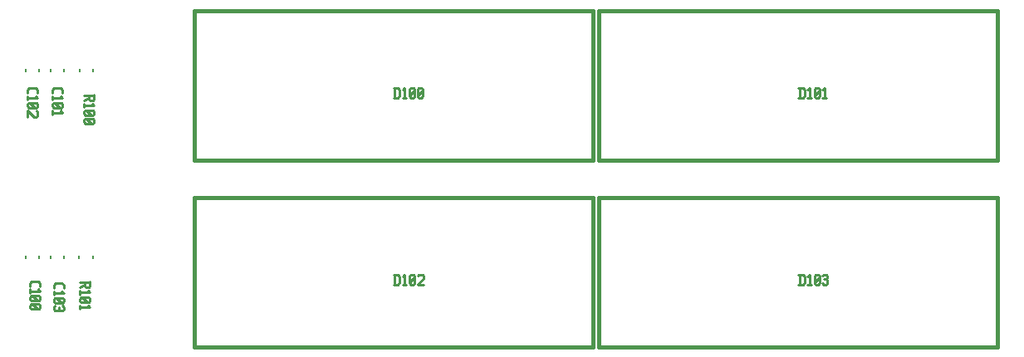
<source format=gto>
G04 start of page 8 for group -4079 idx -4079 *
G04 Title: (unknown), topsilk *
G04 Creator: pcb 1.99z *
G04 CreationDate: Tue 11 Mar 2014 08:59:09 PM GMT UTC *
G04 For: jpuls *
G04 Format: Gerber/RS-274X *
G04 PCB-Dimensions (mil): 4500.00 1560.00 *
G04 PCB-Coordinate-Origin: lower left *
%MOIN*%
%FSLAX25Y25*%
%LNTOPSILK*%
%ADD46C,0.0100*%
%ADD45C,0.0080*%
%ADD44C,0.0150*%
G54D44*X177500Y146500D02*X97500D01*
Y86500D01*
X257500D01*
Y146500D01*
X176500D01*
X340000D02*X260000D01*
Y86500D01*
X420000D01*
Y146500D01*
X339000D01*
G54D45*X35255Y47936D02*Y47150D01*
X29745Y47936D02*Y47150D01*
X45255Y47936D02*Y47150D01*
X39745Y47936D02*Y47150D01*
X56755Y47936D02*Y47150D01*
X51245Y47936D02*Y47150D01*
G54D44*X177500Y71500D02*X97500D01*
Y11500D01*
X257500D01*
Y71500D01*
X176500D01*
G54D45*X29745Y122936D02*Y122150D01*
X35255Y122936D02*Y122150D01*
X39745Y122936D02*Y122150D01*
X45255Y122936D02*Y122150D01*
X56955Y122950D02*Y122164D01*
X51445Y122950D02*Y122164D01*
G54D44*X340000Y71500D02*X260000D01*
Y11500D01*
X420000D01*
Y71500D01*
X339000D01*
G54D46*X178000Y115500D02*Y111500D01*
X179300Y115500D02*X180000Y114800D01*
Y112200D01*
X179300Y111500D02*X180000Y112200D01*
X177500Y111500D02*X179300D01*
X177500Y115500D02*X179300D01*
X181200Y114700D02*X182000Y115500D01*
Y111500D01*
X181200D02*X182700D01*
X183900Y112000D02*X184400Y111500D01*
X183900Y115000D02*Y112000D01*
Y115000D02*X184400Y115500D01*
X185400D01*
X185900Y115000D01*
Y112000D01*
X185400Y111500D02*X185900Y112000D01*
X184400Y111500D02*X185400D01*
X183900Y112500D02*X185900Y114500D01*
X187100Y112000D02*X187600Y111500D01*
X187100Y115000D02*Y112000D01*
Y115000D02*X187600Y115500D01*
X188600D01*
X189100Y115000D01*
Y112000D01*
X188600Y111500D02*X189100Y112000D01*
X187600Y111500D02*X188600D01*
X187100Y112500D02*X189100Y114500D01*
X340500Y115500D02*Y111500D01*
X341800Y115500D02*X342500Y114800D01*
Y112200D01*
X341800Y111500D02*X342500Y112200D01*
X340000Y111500D02*X341800D01*
X340000Y115500D02*X341800D01*
X343700Y114700D02*X344500Y115500D01*
Y111500D01*
X343700D02*X345200D01*
X346400Y112000D02*X346900Y111500D01*
X346400Y115000D02*Y112000D01*
Y115000D02*X346900Y115500D01*
X347900D01*
X348400Y115000D01*
Y112000D01*
X347900Y111500D02*X348400Y112000D01*
X346900Y111500D02*X347900D01*
X346400Y112500D02*X348400Y114500D01*
X349600Y114700D02*X350400Y115500D01*
Y111500D01*
X349600D02*X351100D01*
X30650Y114579D02*Y113279D01*
X31350Y115279D02*X30650Y114579D01*
X31350Y115279D02*X33950D01*
X34650Y114579D01*
Y113279D01*
X33850Y112079D02*X34650Y111279D01*
X30650D02*X34650D01*
X30650Y112079D02*Y110579D01*
X31150Y109379D02*X30650Y108879D01*
X31150Y109379D02*X34150D01*
X34650Y108879D01*
Y107879D01*
X34150Y107379D01*
X31150D02*X34150D01*
X30650Y107879D02*X31150Y107379D01*
X30650Y108879D02*Y107879D01*
X31650Y109379D02*X33650Y107379D01*
X34150Y106179D02*X34650Y105679D01*
Y104179D01*
X34150Y103679D01*
X33150D02*X34150D01*
X30650Y106179D02*X33150Y103679D01*
X30650Y106179D02*Y103679D01*
X40650Y114579D02*Y113279D01*
X41350Y115279D02*X40650Y114579D01*
X41350Y115279D02*X43950D01*
X44650Y114579D01*
Y113279D01*
X43850Y112079D02*X44650Y111279D01*
X40650D02*X44650D01*
X40650Y112079D02*Y110579D01*
X41150Y109379D02*X40650Y108879D01*
X41150Y109379D02*X44150D01*
X44650Y108879D01*
Y107879D01*
X44150Y107379D01*
X41150D02*X44150D01*
X40650Y107879D02*X41150Y107379D01*
X40650Y108879D02*Y107879D01*
X41650Y109379D02*X43650Y107379D01*
X43850Y106179D02*X44650Y105379D01*
X40650D02*X44650D01*
X40650Y106179D02*Y104679D01*
X57350Y112750D02*Y110750D01*
X56850Y110250D01*
X55850D02*X56850D01*
X55350Y110750D02*X55850Y110250D01*
X55350Y112250D02*Y110750D01*
X53350Y112250D02*X57350D01*
X55350Y111450D02*X53350Y110250D01*
X56550Y109050D02*X57350Y108250D01*
X53350D02*X57350D01*
X53350Y109050D02*Y107550D01*
X53850Y106350D02*X53350Y105850D01*
X53850Y106350D02*X56850D01*
X57350Y105850D01*
Y104850D01*
X56850Y104350D01*
X53850D02*X56850D01*
X53350Y104850D02*X53850Y104350D01*
X53350Y105850D02*Y104850D01*
X54350Y106350D02*X56350Y104350D01*
X53850Y103150D02*X53350Y102650D01*
X53850Y103150D02*X56850D01*
X57350Y102650D01*
Y101650D01*
X56850Y101150D01*
X53850D02*X56850D01*
X53350Y101650D02*X53850Y101150D01*
X53350Y102650D02*Y101650D01*
X54350Y103150D02*X56350Y101150D01*
X178000Y40500D02*Y36500D01*
X179300Y40500D02*X180000Y39800D01*
Y37200D01*
X179300Y36500D02*X180000Y37200D01*
X177500Y36500D02*X179300D01*
X177500Y40500D02*X179300D01*
X181200Y39700D02*X182000Y40500D01*
Y36500D01*
X181200D02*X182700D01*
X183900Y37000D02*X184400Y36500D01*
X183900Y40000D02*Y37000D01*
Y40000D02*X184400Y40500D01*
X185400D01*
X185900Y40000D01*
Y37000D01*
X185400Y36500D02*X185900Y37000D01*
X184400Y36500D02*X185400D01*
X183900Y37500D02*X185900Y39500D01*
X187100Y40000D02*X187600Y40500D01*
X189100D01*
X189600Y40000D01*
Y39000D01*
X187100Y36500D02*X189600Y39000D01*
X187100Y36500D02*X189600D01*
X31650Y37036D02*Y35736D01*
X32350Y37736D02*X31650Y37036D01*
X32350Y37736D02*X34950D01*
X35650Y37036D01*
Y35736D01*
X34850Y34536D02*X35650Y33736D01*
X31650D02*X35650D01*
X31650Y34536D02*Y33036D01*
X32150Y31836D02*X31650Y31336D01*
X32150Y31836D02*X35150D01*
X35650Y31336D01*
Y30336D01*
X35150Y29836D01*
X32150D02*X35150D01*
X31650Y30336D02*X32150Y29836D01*
X31650Y31336D02*Y30336D01*
X32650Y31836D02*X34650Y29836D01*
X32150Y28636D02*X31650Y28136D01*
X32150Y28636D02*X35150D01*
X35650Y28136D01*
Y27136D01*
X35150Y26636D01*
X32150D02*X35150D01*
X31650Y27136D02*X32150Y26636D01*
X31650Y28136D02*Y27136D01*
X32650Y28636D02*X34650Y26636D01*
X41064Y36251D02*Y34951D01*
X41764Y36951D02*X41064Y36251D01*
X41764Y36951D02*X44364D01*
X45064Y36251D01*
Y34951D01*
X44264Y33751D02*X45064Y32951D01*
X41064D02*X45064D01*
X41064Y33751D02*Y32251D01*
X41564Y31051D02*X41064Y30551D01*
X41564Y31051D02*X44564D01*
X45064Y30551D01*
Y29551D01*
X44564Y29051D01*
X41564D02*X44564D01*
X41064Y29551D02*X41564Y29051D01*
X41064Y30551D02*Y29551D01*
X42064Y31051D02*X44064Y29051D01*
X44564Y27851D02*X45064Y27351D01*
Y26351D01*
X44564Y25851D01*
X41064Y26351D02*X41564Y25851D01*
X41064Y27351D02*Y26351D01*
X41564Y27851D02*X41064Y27351D01*
X43264D02*Y26351D01*
X43764Y25851D02*X44564D01*
X41564D02*X42764D01*
X43264Y26351D01*
X43764Y25851D02*X43264Y26351D01*
X55650Y37693D02*Y35693D01*
X55150Y35193D01*
X54150D02*X55150D01*
X53650Y35693D02*X54150Y35193D01*
X53650Y37193D02*Y35693D01*
X51650Y37193D02*X55650D01*
X53650Y36393D02*X51650Y35193D01*
X54850Y33993D02*X55650Y33193D01*
X51650D02*X55650D01*
X51650Y33993D02*Y32493D01*
X52150Y31293D02*X51650Y30793D01*
X52150Y31293D02*X55150D01*
X55650Y30793D01*
Y29793D01*
X55150Y29293D01*
X52150D02*X55150D01*
X51650Y29793D02*X52150Y29293D01*
X51650Y30793D02*Y29793D01*
X52650Y31293D02*X54650Y29293D01*
X54850Y28093D02*X55650Y27293D01*
X51650D02*X55650D01*
X51650Y28093D02*Y26593D01*
X340500Y40500D02*Y36500D01*
X341800Y40500D02*X342500Y39800D01*
Y37200D01*
X341800Y36500D02*X342500Y37200D01*
X340000Y36500D02*X341800D01*
X340000Y40500D02*X341800D01*
X343700Y39700D02*X344500Y40500D01*
Y36500D01*
X343700D02*X345200D01*
X346400Y37000D02*X346900Y36500D01*
X346400Y40000D02*Y37000D01*
Y40000D02*X346900Y40500D01*
X347900D01*
X348400Y40000D01*
Y37000D01*
X347900Y36500D02*X348400Y37000D01*
X346900Y36500D02*X347900D01*
X346400Y37500D02*X348400Y39500D01*
X349600Y40000D02*X350100Y40500D01*
X351100D01*
X351600Y40000D01*
X351100Y36500D02*X351600Y37000D01*
X350100Y36500D02*X351100D01*
X349600Y37000D02*X350100Y36500D01*
Y38700D02*X351100D01*
X351600Y40000D02*Y39200D01*
Y38200D02*Y37000D01*
Y38200D02*X351100Y38700D01*
X351600Y39200D02*X351100Y38700D01*
M02*

</source>
